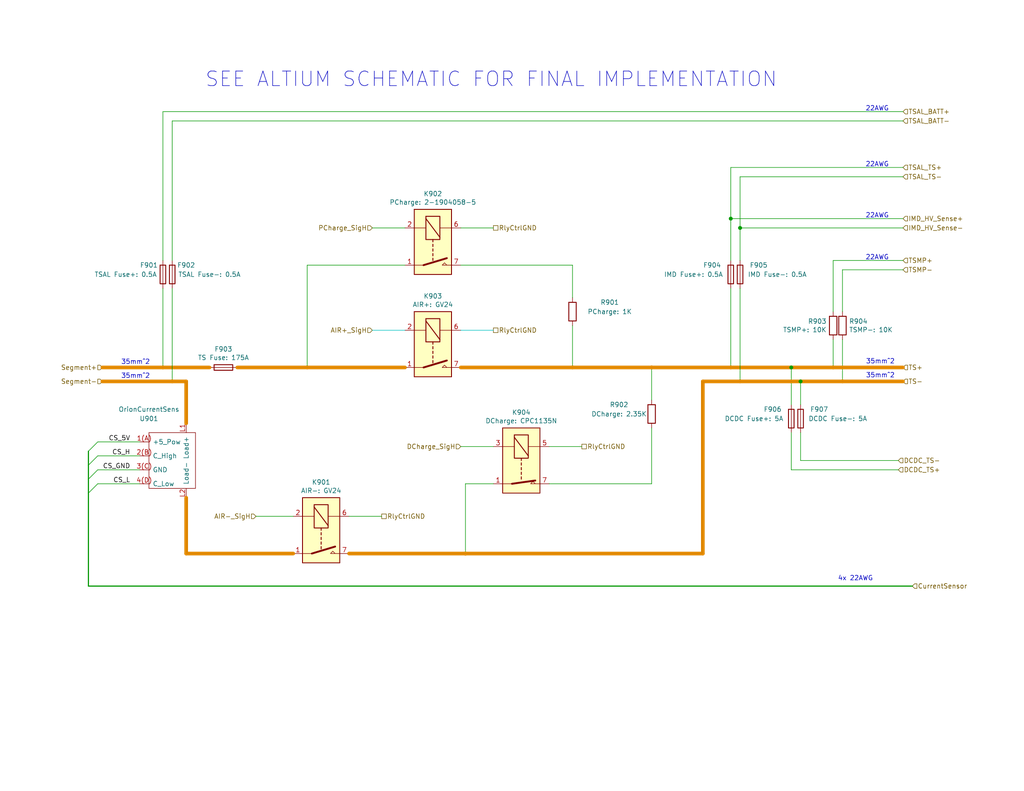
<source format=kicad_sch>
(kicad_sch (version 20230121) (generator eeschema)
  (paper "A")
  (title_block (title "HV Plate") (date "2023-04-29") (rev "3") (company "Northeastern Electric Racing") (comment 1 "https://github.com/Northeastern-Electric-Racing/NER") (comment 2 "For authors and other info, contact Chief Electrical Engineer"))
  (lib_symbols
    (symbol "Device:Fuse" (pin_numbers hide) (pin_names (offset 0))
      (property "Reference" "F" (at 2.032 0 90))
      (property "Value" "Fuse" (at -1.905 0 90))
      (symbol "Fuse_0_1"
        (rectangle (start -0.762 -2.54) (end 0.762 2.54) (stroke (width 0.254)))
        (polyline (pts (xy 0 2.54) (xy 0 -2.54)))
      )
      (symbol "Fuse_1_1"
        (pin passive line (at 0 3.81 270) (length 1.27) (name "~") (number "1"))
        (pin passive line (at 0 -3.81 90) (length 1.27) (name "~") (number "2"))
      )
    )
    (symbol "Device:R" (pin_numbers hide) (pin_names (offset 0))
      (property "Reference" "R" (at 2.032 0 90))
      (property "Value" "R" (at 0 0 90))
      (symbol "R_0_1"
        (rectangle (start -1.016 -2.54) (end 1.016 2.54) (stroke (width 0.254)))
      )
      (symbol "R_1_1"
        (pin passive line (at 0 3.81 270) (length 1.27) (name "~") (number "1"))
        (pin passive line (at 0 -3.81 90) (length 1.27) (name "~") (number "2"))
      )
    )
    (symbol "NER:OrionCurrentSens" (pin_names (offset 1.016))
      (property "Reference" "U" (at 0 0 0))
      (property "Value" "NER_OrionCurrentSens" (at 0 0 0))
      (symbol "OrionCurrentSens_0_1"
        (rectangle (start -7.62 -1.27) (end 7.62 -13.97))
      )
      (symbol "OrionCurrentSens_1_1"
        (pin passive line (at -5.08 -16.51 90) (length 2.54) (name "+5_Pow") (number "1(A)"))
        (pin passive line (at -1.27 -16.51 90) (length 2.54) (name "C_High") (number "2(B)"))
        (pin passive line (at 2.54 -16.51 90) (length 2.54) (name "GND") (number "3(C)"))
        (pin passive line (at 6.35 -16.51 90) (length 2.54) (name "C_Low") (number "4(D)"))
        (pin bidirectional line (at -10.16 -3.81 0) (length 2.54) (name "Load+") (number "L1"))
        (pin bidirectional line (at 10.16 -3.81 180) (length 2.54) (name "Load-") (number "L2"))
      )
    )
    (symbol "Relay:DIPxx-1Axx-11x"
      (property "Reference" "K" (at 8.89 3.81 0))
      (property "Value" "DIPxx-1Axx-11x" (at 8.89 1.27 0))
      (symbol "DIPxx-1Axx-11x_0_0"
        (polyline (pts (xy 5.08 5.08) (xy 5.08 2.54) (xy 4.445 3.175) (xy 5.08 3.81)))
      )
      (symbol "DIPxx-1Axx-11x_0_1"
        (rectangle (start -10.16 5.08) (end 7.62 -5.08) (stroke (width 0.254)) (fill (type background)))
        (rectangle (start -8.255 1.905) (end -1.905 -1.905) (stroke (width 0.254)))
        (polyline (pts (xy -7.62 -1.905) (xy -2.54 1.905)) (stroke (width 0.254)))
        (polyline (pts (xy -5.08 -5.08) (xy -5.08 -1.905)))
        (polyline (pts (xy -5.08 5.08) (xy -5.08 1.905)))
        (polyline (pts (xy -1.905 0) (xy -1.27 0)) (stroke (width 0.254)))
        (polyline (pts (xy -0.635 0) (xy 0 0)) (stroke (width 0.254)))
        (polyline (pts (xy 0.635 0) (xy 1.27 0)) (stroke (width 0.254)))
        (polyline (pts (xy 1.905 0) (xy 2.54 0)) (stroke (width 0.254)))
        (polyline (pts (xy 3.175 0) (xy 3.81 0)) (stroke (width 0.254)))
        (polyline (pts (xy 5.08 -2.54) (xy 3.175 3.81)) (stroke (width 0.508)))
        (polyline (pts (xy 5.08 -2.54) (xy 5.08 -5.08)))
      )
      (symbol "DIPxx-1Axx-11x_1_1"
        (pin passive line (at 5.08 -7.62 90) (length 2.54) (name "~") (number "1"))
        (pin passive line (at 5.08 -7.62 90) (length 2.54) hide (name "~") (number "14"))
        (pin passive line (at -5.08 -7.62 90) (length 2.54) (name "~") (number "2"))
        (pin passive line (at -5.08 7.62 270) (length 2.54) (name "~") (number "6"))
        (pin passive line (at 5.08 7.62 270) (length 2.54) (name "~") (number "7"))
        (pin passive line (at 5.08 7.62 270) (length 2.54) hide (name "~") (number "8"))
      )
    )
    (symbol "Relay:MSxx-1Bxx-75"
      (property "Reference" "K" (at 8.89 3.81 0))
      (property "Value" "MSxx-1Bxx-75" (at 8.89 1.27 0))
      (symbol "MSxx-1Bxx-75_0_0"
        (polyline (pts (xy 5.08 5.08) (xy 5.08 2.54) (xy 4.445 3.175) (xy 5.08 3.81)))
      )
      (symbol "MSxx-1Bxx-75_0_1"
        (rectangle (start -10.16 5.08) (end 7.62 -5.08) (stroke (width 0.254)) (fill (type background)))
        (rectangle (start -8.255 1.905) (end -1.905 -1.905) (stroke (width 0.254)))
        (polyline (pts (xy -7.62 -1.905) (xy -2.54 1.905)) (stroke (width 0.254)))
        (polyline (pts (xy -5.08 -5.08) (xy -5.08 -1.905)))
        (polyline (pts (xy -5.08 5.08) (xy -5.08 1.905)))
        (polyline (pts (xy -1.905 0) (xy -1.27 0)) (stroke (width 0.254)))
        (polyline (pts (xy -0.635 0) (xy 0 0)) (stroke (width 0.254)))
        (polyline (pts (xy 0.635 0) (xy 1.27 0)) (stroke (width 0.254)))
        (polyline (pts (xy 1.905 0) (xy 2.54 0)) (stroke (width 0.254)))
        (polyline (pts (xy 3.175 0) (xy 3.81 0)) (stroke (width 0.254)))
        (polyline (pts (xy 5.08 -2.54) (xy 4.191 3.81)) (stroke (width 0.508)))
        (polyline (pts (xy 5.08 -2.54) (xy 5.08 -5.08)))
      )
      (symbol "MSxx-1Bxx-75_1_1"
        (pin passive line (at 5.08 -7.62 90) (length 2.54) (name "~") (number "1"))
        (pin passive line (at -5.08 -7.62 90) (length 2.54) (name "~") (number "3"))
        (pin passive line (at -5.08 7.62 270) (length 2.54) (name "~") (number "5"))
        (pin passive line (at 5.08 7.62 270) (length 2.54) (name "~") (number "7"))
      )
    )
  )
  (junction (at 227.33 100.33) (color 221 133 0 1))
  (junction (at 156.21 100.33) (color 221 133 0 1))
  (junction (at 46.99 104.14) (color 221 133 0 1))
  (junction (at 229.87 104.14) (color 221 133 0 1))
  (junction (at 201.93 62.23))
  (junction (at 44.45 100.33) (color 221 133 0 1))
  (junction (at 127 151.13) (color 221 133 0 1))
  (junction (at 199.39 59.69))
  (junction (at 83.82 100.33) (color 221 133 0 1))
  (junction (at 177.8 100.33) (color 221 133 0 1))
  (junction (at 201.93 104.14) (color 221 133 0 1))
  (junction (at 215.9 100.33))
  (junction (at 218.44 104.14))
  (junction (at 199.39 100.33) (color 221 133 0 1))
  (bus_entry (at 26.67 124.46) (size -2.54 2.54))
  (bus_entry (at 26.67 128.27) (size -2.54 2.54))
  (bus_entry (at 26.67 120.65) (size -2.54 2.54))
  (bus_entry (at 26.67 132.08) (size -2.54 2.54))
  (wire (pts (xy 83.82 72.39) (xy 110.49 72.39)))
  (wire (pts (xy 125.73 90.17) (xy 134.62 90.17)) (stroke (width 0) (color 0 194 194 1)))
  (wire (pts (xy 201.93 62.23) (xy 246.38 62.23)))
  (wire (pts (xy 134.62 132.08) (xy 127 132.08)))
  (wire (pts (xy 46.99 78.74) (xy 46.99 104.14)))
  (wire (pts (xy 46.99 33.02) (xy 46.99 71.12)))
  (wire (pts (xy 26.67 132.08) (xy 38.1 132.08)))
  (wire (pts (xy 134.62 62.23) (xy 125.73 62.23)))
  (wire (pts (xy 215.9 128.27) (xy 245.11 128.27)))
  (wire (pts (xy 246.38 45.72) (xy 199.39 45.72)))
  (wire (pts (xy 201.93 62.23) (xy 201.93 71.12)))
  (wire (pts (xy 199.39 45.72) (xy 199.39 59.69)))
  (wire (pts (xy 110.49 90.17) (xy 101.6 90.17)) (stroke (width 0) (color 0 194 194 1)))
  (wire (pts (xy 26.67 128.27) (xy 38.1 128.27)))
  (wire (pts (xy 134.62 121.92) (xy 125.73 121.92)))
  (wire (pts (xy 127 151.13) (xy 191.77 151.13)) (stroke (width 1) (color 221 133 0 1)))
  (wire (pts (xy 229.87 92.71) (xy 229.87 104.14)))
  (wire (pts (xy 177.8 100.33) (xy 199.39 100.33)) (stroke (width 1) (color 221 133 0 1)))
  (wire (pts (xy 27.94 100.33) (xy 44.45 100.33)) (stroke (width 1) (color 221 133 0 1)))
  (bus (pts (xy 24.13 134.62) (xy 24.13 160.02)) (stroke (width 0) (color 0 150 0 1)))
  (wire (pts (xy 215.9 118.11) (xy 215.9 128.27)))
  (wire (pts (xy 227.33 85.09) (xy 227.33 71.12)))
  (wire (pts (xy 227.33 100.33) (xy 246.38 100.33)) (stroke (width 1) (color 221 133 0 1)))
  (wire (pts (xy 227.33 92.71) (xy 227.33 100.33)))
  (wire (pts (xy 177.8 116.84) (xy 177.8 132.08)))
  (wire (pts (xy 227.33 71.12) (xy 246.38 71.12)))
  (wire (pts (xy 44.45 30.48) (xy 44.45 71.12)))
  (wire (pts (xy 177.8 132.08) (xy 149.86 132.08)))
  (wire (pts (xy 50.8 104.14) (xy 50.8 115.57)) (stroke (width 1) (color 221 133 0 1)))
  (wire (pts (xy 27.94 104.14) (xy 46.99 104.14)) (stroke (width 1) (color 221 133 0 1)))
  (wire (pts (xy 26.67 124.46) (xy 38.1 124.46)))
  (wire (pts (xy 218.44 118.11) (xy 218.44 125.73)))
  (wire (pts (xy 26.67 120.65) (xy 38.1 120.65)))
  (wire (pts (xy 69.85 140.97) (xy 80.01 140.97)))
  (wire (pts (xy 80.01 151.13) (xy 50.8 151.13)) (stroke (width 1) (color 221 133 0 1)))
  (wire (pts (xy 177.8 109.22) (xy 177.8 100.33)))
  (wire (pts (xy 44.45 78.74) (xy 44.45 100.33)))
  (wire (pts (xy 44.45 100.33) (xy 57.15 100.33)) (stroke (width 1) (color 221 133 0 1)))
  (bus (pts (xy 24.13 130.81) (xy 24.13 134.62)) (stroke (width 0) (color 0 150 0 1)))
  (wire (pts (xy 177.8 100.33) (xy 156.21 100.33)) (stroke (width 1) (color 221 133 0 1)))
  (wire (pts (xy 156.21 81.28) (xy 156.21 72.39)))
  (wire (pts (xy 95.25 151.13) (xy 127 151.13)) (stroke (width 1) (color 221 133 0 1)))
  (wire (pts (xy 199.39 59.69) (xy 199.39 71.12)))
  (wire (pts (xy 201.93 104.14) (xy 218.44 104.14)) (stroke (width 1) (color 221 133 0 1)))
  (wire (pts (xy 229.87 73.66) (xy 246.38 73.66)))
  (wire (pts (xy 101.6 62.23) (xy 110.49 62.23)))
  (wire (pts (xy 83.82 100.33) (xy 110.49 100.33)) (stroke (width 1) (color 221 133 0 1)))
  (wire (pts (xy 104.14 140.97) (xy 95.25 140.97)))
  (wire (pts (xy 215.9 100.33) (xy 227.33 100.33)) (stroke (width 1) (color 221 133 0 1)))
  (wire (pts (xy 156.21 72.39) (xy 125.73 72.39)))
  (bus (pts (xy 24.13 127) (xy 24.13 130.81)) (stroke (width 0) (color 0 150 0 1)))
  (wire (pts (xy 229.87 85.09) (xy 229.87 73.66)))
  (bus (pts (xy 24.13 123.19) (xy 24.13 127)) (stroke (width 0) (color 0 150 0 1)))
  (wire (pts (xy 218.44 104.14) (xy 218.44 110.49)))
  (wire (pts (xy 64.77 100.33) (xy 83.82 100.33)) (stroke (width 1) (color 221 133 0 1)))
  (wire (pts (xy 191.77 104.14) (xy 191.77 151.13)) (stroke (width 1) (color 221 133 0 1)))
  (wire (pts (xy 199.39 100.33) (xy 215.9 100.33)) (stroke (width 1) (color 221 133 0 1)))
  (wire (pts (xy 156.21 100.33) (xy 125.73 100.33)) (stroke (width 1) (color 221 133 0 1)))
  (wire (pts (xy 83.82 72.39) (xy 83.82 100.33)))
  (wire (pts (xy 218.44 104.14) (xy 229.87 104.14)) (stroke (width 1) (color 221 133 0 1)))
  (wire (pts (xy 201.93 48.26) (xy 201.93 62.23)))
  (wire (pts (xy 246.38 48.26) (xy 201.93 48.26)))
  (wire (pts (xy 127 132.08) (xy 127 151.13)))
  (wire (pts (xy 158.75 121.92) (xy 149.86 121.92)))
  (wire (pts (xy 201.93 78.74) (xy 201.93 104.14)))
  (wire (pts (xy 218.44 125.73) (xy 245.11 125.73)))
  (wire (pts (xy 199.39 59.69) (xy 246.38 59.69)))
  (wire (pts (xy 199.39 78.74) (xy 199.39 100.33)))
  (wire (pts (xy 215.9 100.33) (xy 215.9 110.49)))
  (wire (pts (xy 246.38 33.02) (xy 46.99 33.02)))
  (wire (pts (xy 50.8 135.89) (xy 50.8 151.13)) (stroke (width 1) (color 221 133 0 1)))
  (wire (pts (xy 46.99 104.14) (xy 50.8 104.14)) (stroke (width 1) (color 221 133 0 1)))
  (wire (pts (xy 191.77 104.14) (xy 201.93 104.14)) (stroke (width 1) (color 221 133 0 1)))
  (bus (pts (xy 24.13 160.02) (xy 248.92 160.02)) (stroke (width 0) (color 0 150 0 1)))
  (wire (pts (xy 156.21 88.9) (xy 156.21 100.33)))
  (wire (pts (xy 246.38 30.48) (xy 44.45 30.48)))
  (wire (pts (xy 229.87 104.14) (xy 246.38 104.14)) (stroke (width 1) (color 221 133 0 1)))
  (text "22AWG" (at 242.57 71.12 0) (effects (font (size 1.27 1.27)) (justify right bottom)))
  (text "SEE ALTIUM SCHEMATIC FOR FINAL IMPLEMENTATION" (at 55.88 24.13 0) (effects (font (size 3.9878 3.9878)) (justify left bottom)))
  (text "22AWG" (at 242.57 30.48 0) (effects (font (size 1.27 1.27)) (justify right bottom)))
  (text "4x 22AWG" (at 228.6 158.75 0) (effects (font (size 1.27 1.27)) (justify left bottom)))
  (text "35mm^2" (at 33.02 103.505 0) (effects (font (size 1.27 1.27)) (justify left bottom)))
  (text "35mm^2" (at 236.2396 103.351 0) (effects (font (size 1.27 1.27)) (justify left bottom)))
  (text "22AWG" (at 242.57 59.69 0) (effects (font (size 1.27 1.27)) (justify right bottom)))
  (text "22AWG" (at 242.57 45.72 0) (effects (font (size 1.27 1.27)) (justify right bottom)))
  (text "35mm^2" (at 236.2396 99.541 0) (effects (font (size 1.27 1.27)) (justify left bottom)))
  (text "35mm^2" (at 33.02 99.695 0) (effects (font (size 1.27 1.27)) (justify left bottom)))
  (label "CS_5V" (at 35.56 120.65 180))
  (label "CS_GND" (at 35.56 128.27 180))
  (label "CS_H" (at 35.56 124.46 180))
  (label "CS_L" (at 35.56 132.08 180))
  (hierarchical_label "IMD_HV_Sense+" (shape input) (at 246.38 59.69 0))
  (hierarchical_label "TSAL_BATT+" (shape input) (at 246.38 30.48 0))
  (hierarchical_label "IMD_HV_Sense-" (shape input) (at 246.38 62.23 0))
  (hierarchical_label "DCDC_TS+" (shape input) (at 245.11 128.27 0))
  (hierarchical_label "AIR-_SigH" (shape input) (at 69.85 140.97 180))
  (hierarchical_label "CurrentSensor" (shape input) (at 248.92 160.02 0))
  (hierarchical_label "TSMP+" (shape input) (at 246.38 71.12 0))
  (hierarchical_label "RlyCtrlGND" (shape passive) (at 158.75 121.92 0))
  (hierarchical_label "TS+" (shape input) (at 246.38 100.33 0))
  (hierarchical_label "PCharge_SigH" (shape input) (at 101.6 62.23 180))
  (hierarchical_label "DCharge_SigH" (shape input) (at 125.73 121.92 180))
  (hierarchical_label "RlyCtrlGND" (shape passive) (at 134.62 90.17 0))
  (hierarchical_label "TSAL_TS+" (shape input) (at 246.38 45.72 0))
  (hierarchical_label "TSMP-" (shape input) (at 246.38 73.66 0))
  (hierarchical_label "TS-" (shape input) (at 246.38 104.14 0))
  (hierarchical_label "TSAL_TS-" (shape input) (at 246.38 48.26 0))
  (hierarchical_label "Segment+" (shape input) (at 27.94 100.33 180))
  (hierarchical_label "DCDC_TS-" (shape input) (at 245.11 125.73 0))
  (hierarchical_label "RlyCtrlGND" (shape passive) (at 104.14 140.97 0))
  (hierarchical_label "RlyCtrlGND" (shape passive) (at 134.62 62.23 0))
  (hierarchical_label "Segment-" (shape input) (at 27.94 104.14 180))
  (hierarchical_label "TSAL_BATT-" (shape input) (at 246.38 33.02 0))
  (hierarchical_label "AIR+_SigH" (shape input) (at 101.6 90.17 180))
  (symbol (lib_id "Device:R") (at 227.33 88.9 0) (mirror x) (unit 1)
    (property "Reference" "R903" (at 225.552 87.7316 0) (effects (justify right)))
    (property "Value" "TSMP+: 10K" (at 225.552 90.043 0) (effects (justify right)))
    (property "Datasheet" "https://www.te.com/commerce/DocumentDelivery/DDEController?Action=showdoc&DocId=Data+Sheet%7F1773035%7FC%7Fpdf%7FEnglish%7FENG_DS_1773035_C.pdf%7F1625984-3" (effects hide))
  )
  (symbol (lib_id "Device:R") (at 229.87 88.9 180) (unit 1)
    (property "Reference" "R904" (at 231.648 87.7316 0) (effects (justify right)))
    (property "Value" "TSMP-: 10K" (at 231.648 90.043 0) (effects (justify right)))
    (property "Datasheet" "https://www.te.com/commerce/DocumentDelivery/DDEController?Action=showdoc&DocId=Data+Sheet%7F1773035%7FC%7Fpdf%7FEnglish%7FENG_DS_1773035_C.pdf%7F1625984-3" (effects hide))
  )
  (symbol (lib_id "Device:Fuse") (at 199.39 74.93 0) (unit 1)
    (property "Reference" "F904" (at 194.31 72.39 0))
    (property "Value" "IMD Fuse+: 0.5A" (at 189.23 74.93 0))
    (property "Datasheet" "https://www.mouser.com/datasheet/2/240/Littelfuse_Fuse_477_Datasheet_pdf-555535.pdf" (effects hide))
  )
  (symbol (lib_id "NER:OrionCurrentSens") (at 54.61 125.73 270) (unit 1)
    (property "Reference" "U901" (at 40.64 114.3 90))
    (property "Value" "OrionCurrentSens" (at 40.64 111.76 90))
  )
  (symbol (lib_id "Device:R") (at 177.8 113.03 0) (unit 1)
    (property "Reference" "R902" (at 168.91 110.49 0))
    (property "Value" "DCharge: 2.35K" (at 168.91 113.03 0))
    (property "Datasheet" "https://www.mouser.com/datasheet/2/418/3/NG_CS_1309350_PASSIVE_COMPONENT_0807-1235206.pdf" (effects hide))
  )
  (symbol (lib_id "Device:R") (at 156.21 85.09 0) (mirror y) (unit 1)
    (property "Reference" "R901" (at 166.37 82.55 0))
    (property "Value" "PCharge: 1K" (at 166.37 85.09 0))
    (property "Datasheet" "https://www.mouser.com/datasheet/2/418/5/ENG_CD_1625999_AH2-686901.pdf" (effects hide))
  )
  (symbol (lib_id "Relay:DIPxx-1Axx-11x") (at 87.63 146.05 270) (unit 1)
    (property "Reference" "K901" (at 87.63 131.6482 90))
    (property "Value" "AIR-: GV24" (at 87.63 133.9596 90))
    (property "Footprint" "Relay_THT:Relay_StandexMeder_DIP_LowProfile" (effects hide))
    (property "Datasheet" "https://www.gigavac.com/sites/default/files/catalog/spec_sheet/gx14.pdf" (effects hide))
  )
  (symbol (lib_id "Relay:DIPxx-1Axx-11x") (at 118.11 67.31 270) (unit 1)
    (property "Reference" "K902" (at 118.11 52.9082 90))
    (property "Value" "PCharge: 2-1904058-5" (at 118.11 55.2196 90))
    (property "Footprint" "Relay_THT:Relay_StandexMeder_DIP_LowProfile" (effects hide))
    (property "Datasheet" "https://dc-components.com/wp-content/uploads/2019/02/p105.pdf" (effects hide))
  )
  (symbol (lib_id "Relay:DIPxx-1Axx-11x") (at 118.11 95.25 270) (unit 1)
    (property "Reference" "K903" (at 118.11 80.8482 90))
    (property "Value" "AIR+: GV24" (at 118.11 83.1596 90))
    (property "Footprint" "Relay_THT:Relay_StandexMeder_DIP_LowProfile" (effects hide))
    (property "Datasheet" "https://www.gigavac.com/sites/default/files/catalog/spec_sheet/gx14.pdf" (effects hide))
  )
  (symbol (lib_id "Device:Fuse") (at 60.96 100.33 270) (unit 1)
    (property "Reference" "F903" (at 60.96 95.3262 90))
    (property "Value" "TS Fuse: 175A" (at 60.96 97.6376 90))
    (property "Datasheet" "https://www.mouser.com/datasheet/2/240/L50QS_High_Speed_Fuse_Datasheet-1102248.pdf" (effects hide))
  )
  (symbol (lib_id "Relay:MSxx-1Bxx-75") (at 142.24 127 270) (unit 1)
    (property "Reference" "K904" (at 142.24 112.5982 90))
    (property "Value" "DCharge: CPC1135N" (at 142.24 114.9096 90))
    (property "Footprint" "Relay_THT:Relay_SPST_StandexMeder_MS_Form1AB" (effects hide))
    (property "Datasheet" "https://www.gigavac.com/sites/default/files/catalog/spec_sheet/PNC113_DATASHEET_rev_C.pdf" (effects hide))
  )
  (symbol (lib_id "Device:Fuse") (at 201.93 74.93 0) (mirror y) (unit 1)
    (property "Reference" "F905" (at 207.01 72.39 0))
    (property "Value" "IMD Fuse-: 0.5A" (at 212.09 74.93 0))
    (property "Datasheet" "https://www.mouser.com/datasheet/2/240/Littelfuse_Fuse_477_Datasheet_pdf-555535.pdf" (effects hide))
  )
  (symbol (lib_id "Device:Fuse") (at 44.45 74.93 0) (unit 1)
    (property "Reference" "F901" (at 40.64 72.39 0))
    (property "Value" "TSAL Fuse+: 0.5A" (at 34.29 74.93 0))
  )
  (symbol (lib_id "Device:Fuse") (at 46.99 74.93 0) (mirror y) (unit 1)
    (property "Reference" "F902" (at 50.8 72.39 0))
    (property "Value" "TSAL Fuse-: 0.5A" (at 57.15 74.93 0))
  )
  (symbol (lib_id "Device:Fuse") (at 218.44 114.3 0) (mirror y) (unit 1)
    (property "Reference" "F907" (at 223.52 111.76 0))
    (property "Value" "DCDC Fuse-: 5A" (at 228.6 114.3 0))
    (property "Datasheet" "https://www.mouser.com/datasheet/2/240/Littelfuse_Fuse_477_Datasheet_pdf-555535.pdf" (effects hide))
  )
  (symbol (lib_id "Device:Fuse") (at 215.9 114.3 0) (unit 1)
    (property "Reference" "F906" (at 210.82 111.76 0))
    (property "Value" "DCDC Fuse+: 5A" (at 205.74 114.3 0))
    (property "Datasheet" "https://www.mouser.com/datasheet/2/240/Littelfuse_Fuse_477_Datasheet_pdf-555535.pdf" (effects hide))
  )
)
</source>
